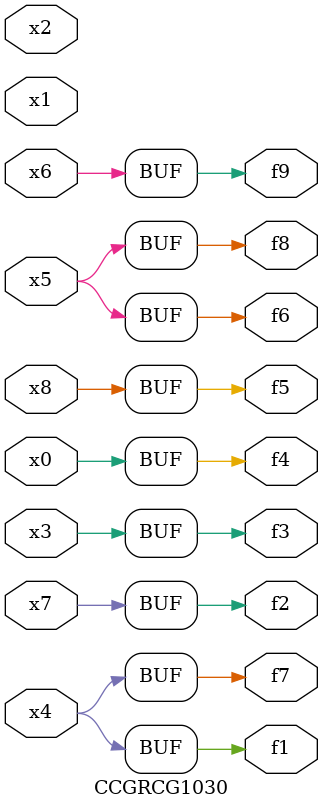
<source format=v>
module CCGRCG1030(
	input x0, x1, x2, x3, x4, x5, x6, x7, x8,
	output f1, f2, f3, f4, f5, f6, f7, f8, f9
);
	assign f1 = x4;
	assign f2 = x7;
	assign f3 = x3;
	assign f4 = x0;
	assign f5 = x8;
	assign f6 = x5;
	assign f7 = x4;
	assign f8 = x5;
	assign f9 = x6;
endmodule

</source>
